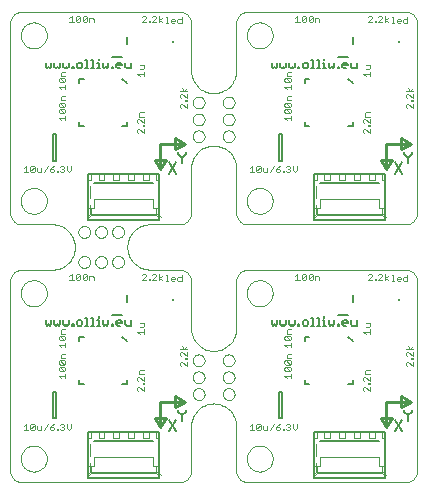
<source format=gto>
G75*
%MOIN*%
%OFA0B0*%
%FSLAX24Y24*%
%IPPOS*%
%LPD*%
%AMOC8*
5,1,8,0,0,1.08239X$1,22.5*
%
%ADD10C,0.0000*%
%ADD11C,0.0060*%
%ADD12C,0.0100*%
%ADD13C,0.0070*%
%ADD14C,0.0050*%
%ADD15C,0.0030*%
%ADD16R,0.0098X0.0098*%
%ADD17C,0.0080*%
%ADD18C,0.0020*%
D10*
X003149Y002980D02*
X003149Y009279D01*
X003148Y009279D02*
X003150Y009318D01*
X003156Y009356D01*
X003165Y009393D01*
X003178Y009430D01*
X003195Y009465D01*
X003214Y009498D01*
X003237Y009529D01*
X003263Y009558D01*
X003292Y009584D01*
X003323Y009607D01*
X003356Y009626D01*
X003391Y009643D01*
X003428Y009656D01*
X003465Y009665D01*
X003503Y009671D01*
X003542Y009673D01*
X003540Y009670D02*
X004560Y009670D01*
X004565Y009670D02*
X004618Y009673D01*
X004672Y009679D01*
X004724Y009689D01*
X004776Y009703D01*
X004826Y009721D01*
X004876Y009742D01*
X004923Y009767D01*
X004969Y009795D01*
X005012Y009826D01*
X005054Y009860D01*
X005092Y009897D01*
X005128Y009936D01*
X005161Y009979D01*
X005191Y010023D01*
X005218Y010069D01*
X005241Y010118D01*
X005261Y010167D01*
X005277Y010218D01*
X005290Y010270D01*
X005299Y010323D01*
X005304Y010376D01*
X005305Y010430D01*
X005421Y010930D02*
X005423Y010957D01*
X005429Y010984D01*
X005438Y011010D01*
X005451Y011034D01*
X005467Y011057D01*
X005486Y011076D01*
X005508Y011093D01*
X005532Y011107D01*
X005557Y011117D01*
X005584Y011124D01*
X005611Y011127D01*
X005639Y011126D01*
X005666Y011121D01*
X005692Y011113D01*
X005716Y011101D01*
X005739Y011085D01*
X005760Y011067D01*
X005777Y011046D01*
X005792Y011022D01*
X005803Y010997D01*
X005811Y010971D01*
X005815Y010944D01*
X005815Y010916D01*
X005811Y010889D01*
X005803Y010863D01*
X005792Y010838D01*
X005777Y010814D01*
X005760Y010793D01*
X005739Y010775D01*
X005717Y010759D01*
X005692Y010747D01*
X005666Y010739D01*
X005639Y010734D01*
X005611Y010733D01*
X005584Y010736D01*
X005557Y010743D01*
X005532Y010753D01*
X005508Y010767D01*
X005486Y010784D01*
X005467Y010803D01*
X005451Y010826D01*
X005438Y010850D01*
X005429Y010876D01*
X005423Y010903D01*
X005421Y010930D01*
X005983Y010930D02*
X005985Y010957D01*
X005991Y010984D01*
X006000Y011010D01*
X006013Y011034D01*
X006029Y011057D01*
X006048Y011076D01*
X006070Y011093D01*
X006094Y011107D01*
X006119Y011117D01*
X006146Y011124D01*
X006173Y011127D01*
X006201Y011126D01*
X006228Y011121D01*
X006254Y011113D01*
X006278Y011101D01*
X006301Y011085D01*
X006322Y011067D01*
X006339Y011046D01*
X006354Y011022D01*
X006365Y010997D01*
X006373Y010971D01*
X006377Y010944D01*
X006377Y010916D01*
X006373Y010889D01*
X006365Y010863D01*
X006354Y010838D01*
X006339Y010814D01*
X006322Y010793D01*
X006301Y010775D01*
X006279Y010759D01*
X006254Y010747D01*
X006228Y010739D01*
X006201Y010734D01*
X006173Y010733D01*
X006146Y010736D01*
X006119Y010743D01*
X006094Y010753D01*
X006070Y010767D01*
X006048Y010784D01*
X006029Y010803D01*
X006013Y010826D01*
X006000Y010850D01*
X005991Y010876D01*
X005985Y010903D01*
X005983Y010930D01*
X006546Y010930D02*
X006548Y010957D01*
X006554Y010984D01*
X006563Y011010D01*
X006576Y011034D01*
X006592Y011057D01*
X006611Y011076D01*
X006633Y011093D01*
X006657Y011107D01*
X006682Y011117D01*
X006709Y011124D01*
X006736Y011127D01*
X006764Y011126D01*
X006791Y011121D01*
X006817Y011113D01*
X006841Y011101D01*
X006864Y011085D01*
X006885Y011067D01*
X006902Y011046D01*
X006917Y011022D01*
X006928Y010997D01*
X006936Y010971D01*
X006940Y010944D01*
X006940Y010916D01*
X006936Y010889D01*
X006928Y010863D01*
X006917Y010838D01*
X006902Y010814D01*
X006885Y010793D01*
X006864Y010775D01*
X006842Y010759D01*
X006817Y010747D01*
X006791Y010739D01*
X006764Y010734D01*
X006736Y010733D01*
X006709Y010736D01*
X006682Y010743D01*
X006657Y010753D01*
X006633Y010767D01*
X006611Y010784D01*
X006592Y010803D01*
X006576Y010826D01*
X006563Y010850D01*
X006554Y010876D01*
X006548Y010903D01*
X006546Y010930D01*
X006546Y009930D02*
X006548Y009957D01*
X006554Y009984D01*
X006563Y010010D01*
X006576Y010034D01*
X006592Y010057D01*
X006611Y010076D01*
X006633Y010093D01*
X006657Y010107D01*
X006682Y010117D01*
X006709Y010124D01*
X006736Y010127D01*
X006764Y010126D01*
X006791Y010121D01*
X006817Y010113D01*
X006841Y010101D01*
X006864Y010085D01*
X006885Y010067D01*
X006902Y010046D01*
X006917Y010022D01*
X006928Y009997D01*
X006936Y009971D01*
X006940Y009944D01*
X006940Y009916D01*
X006936Y009889D01*
X006928Y009863D01*
X006917Y009838D01*
X006902Y009814D01*
X006885Y009793D01*
X006864Y009775D01*
X006842Y009759D01*
X006817Y009747D01*
X006791Y009739D01*
X006764Y009734D01*
X006736Y009733D01*
X006709Y009736D01*
X006682Y009743D01*
X006657Y009753D01*
X006633Y009767D01*
X006611Y009784D01*
X006592Y009803D01*
X006576Y009826D01*
X006563Y009850D01*
X006554Y009876D01*
X006548Y009903D01*
X006546Y009930D01*
X005983Y009930D02*
X005985Y009957D01*
X005991Y009984D01*
X006000Y010010D01*
X006013Y010034D01*
X006029Y010057D01*
X006048Y010076D01*
X006070Y010093D01*
X006094Y010107D01*
X006119Y010117D01*
X006146Y010124D01*
X006173Y010127D01*
X006201Y010126D01*
X006228Y010121D01*
X006254Y010113D01*
X006278Y010101D01*
X006301Y010085D01*
X006322Y010067D01*
X006339Y010046D01*
X006354Y010022D01*
X006365Y009997D01*
X006373Y009971D01*
X006377Y009944D01*
X006377Y009916D01*
X006373Y009889D01*
X006365Y009863D01*
X006354Y009838D01*
X006339Y009814D01*
X006322Y009793D01*
X006301Y009775D01*
X006279Y009759D01*
X006254Y009747D01*
X006228Y009739D01*
X006201Y009734D01*
X006173Y009733D01*
X006146Y009736D01*
X006119Y009743D01*
X006094Y009753D01*
X006070Y009767D01*
X006048Y009784D01*
X006029Y009803D01*
X006013Y009826D01*
X006000Y009850D01*
X005991Y009876D01*
X005985Y009903D01*
X005983Y009930D01*
X005421Y009930D02*
X005423Y009957D01*
X005429Y009984D01*
X005438Y010010D01*
X005451Y010034D01*
X005467Y010057D01*
X005486Y010076D01*
X005508Y010093D01*
X005532Y010107D01*
X005557Y010117D01*
X005584Y010124D01*
X005611Y010127D01*
X005639Y010126D01*
X005666Y010121D01*
X005692Y010113D01*
X005716Y010101D01*
X005739Y010085D01*
X005760Y010067D01*
X005777Y010046D01*
X005792Y010022D01*
X005803Y009997D01*
X005811Y009971D01*
X005815Y009944D01*
X005815Y009916D01*
X005811Y009889D01*
X005803Y009863D01*
X005792Y009838D01*
X005777Y009814D01*
X005760Y009793D01*
X005739Y009775D01*
X005717Y009759D01*
X005692Y009747D01*
X005666Y009739D01*
X005639Y009734D01*
X005611Y009733D01*
X005584Y009736D01*
X005557Y009743D01*
X005532Y009753D01*
X005508Y009767D01*
X005486Y009784D01*
X005467Y009803D01*
X005451Y009826D01*
X005438Y009850D01*
X005429Y009876D01*
X005423Y009903D01*
X005421Y009930D01*
X005305Y010430D02*
X005303Y010484D01*
X005297Y010537D01*
X005288Y010589D01*
X005275Y010641D01*
X005258Y010692D01*
X005237Y010742D01*
X005213Y010789D01*
X005186Y010835D01*
X005155Y010879D01*
X005122Y010921D01*
X005085Y010960D01*
X005046Y010997D01*
X005004Y011030D01*
X004960Y011061D01*
X004914Y011088D01*
X004867Y011112D01*
X004817Y011133D01*
X004766Y011150D01*
X004714Y011163D01*
X004662Y011172D01*
X004609Y011178D01*
X004555Y011180D01*
X004560Y011180D02*
X003540Y011180D01*
X003542Y011180D02*
X003503Y011182D01*
X003465Y011188D01*
X003428Y011197D01*
X003391Y011210D01*
X003356Y011227D01*
X003323Y011246D01*
X003292Y011269D01*
X003263Y011295D01*
X003237Y011324D01*
X003214Y011355D01*
X003195Y011388D01*
X003178Y011423D01*
X003165Y011460D01*
X003156Y011497D01*
X003150Y011535D01*
X003148Y011574D01*
X003149Y011574D02*
X003149Y017873D01*
X003148Y017873D02*
X003150Y017912D01*
X003156Y017950D01*
X003165Y017987D01*
X003178Y018024D01*
X003195Y018059D01*
X003214Y018092D01*
X003237Y018123D01*
X003263Y018152D01*
X003292Y018178D01*
X003323Y018201D01*
X003356Y018220D01*
X003391Y018237D01*
X003428Y018250D01*
X003465Y018259D01*
X003503Y018265D01*
X003542Y018267D01*
X008786Y018267D01*
X008825Y018265D01*
X008863Y018259D01*
X008900Y018250D01*
X008937Y018237D01*
X008972Y018220D01*
X009005Y018201D01*
X009036Y018178D01*
X009065Y018152D01*
X009091Y018123D01*
X009114Y018092D01*
X009133Y018059D01*
X009150Y018024D01*
X009163Y017987D01*
X009172Y017950D01*
X009178Y017912D01*
X009180Y017873D01*
X009180Y017868D02*
X009180Y016305D01*
X009182Y016251D01*
X009188Y016198D01*
X009197Y016146D01*
X009210Y016094D01*
X009227Y016043D01*
X009248Y015993D01*
X009272Y015946D01*
X009299Y015900D01*
X009330Y015856D01*
X009363Y015814D01*
X009400Y015775D01*
X009439Y015738D01*
X009481Y015705D01*
X009525Y015674D01*
X009571Y015647D01*
X009618Y015623D01*
X009668Y015602D01*
X009719Y015585D01*
X009771Y015572D01*
X009823Y015563D01*
X009876Y015557D01*
X009930Y015555D01*
X009233Y015243D02*
X009235Y015270D01*
X009241Y015297D01*
X009250Y015323D01*
X009263Y015347D01*
X009279Y015370D01*
X009298Y015389D01*
X009320Y015406D01*
X009344Y015420D01*
X009369Y015430D01*
X009396Y015437D01*
X009423Y015440D01*
X009451Y015439D01*
X009478Y015434D01*
X009504Y015426D01*
X009528Y015414D01*
X009551Y015398D01*
X009572Y015380D01*
X009589Y015359D01*
X009604Y015335D01*
X009615Y015310D01*
X009623Y015284D01*
X009627Y015257D01*
X009627Y015229D01*
X009623Y015202D01*
X009615Y015176D01*
X009604Y015151D01*
X009589Y015127D01*
X009572Y015106D01*
X009551Y015088D01*
X009529Y015072D01*
X009504Y015060D01*
X009478Y015052D01*
X009451Y015047D01*
X009423Y015046D01*
X009396Y015049D01*
X009369Y015056D01*
X009344Y015066D01*
X009320Y015080D01*
X009298Y015097D01*
X009279Y015116D01*
X009263Y015139D01*
X009250Y015163D01*
X009241Y015189D01*
X009235Y015216D01*
X009233Y015243D01*
X009233Y014680D02*
X009235Y014707D01*
X009241Y014734D01*
X009250Y014760D01*
X009263Y014784D01*
X009279Y014807D01*
X009298Y014826D01*
X009320Y014843D01*
X009344Y014857D01*
X009369Y014867D01*
X009396Y014874D01*
X009423Y014877D01*
X009451Y014876D01*
X009478Y014871D01*
X009504Y014863D01*
X009528Y014851D01*
X009551Y014835D01*
X009572Y014817D01*
X009589Y014796D01*
X009604Y014772D01*
X009615Y014747D01*
X009623Y014721D01*
X009627Y014694D01*
X009627Y014666D01*
X009623Y014639D01*
X009615Y014613D01*
X009604Y014588D01*
X009589Y014564D01*
X009572Y014543D01*
X009551Y014525D01*
X009529Y014509D01*
X009504Y014497D01*
X009478Y014489D01*
X009451Y014484D01*
X009423Y014483D01*
X009396Y014486D01*
X009369Y014493D01*
X009344Y014503D01*
X009320Y014517D01*
X009298Y014534D01*
X009279Y014553D01*
X009263Y014576D01*
X009250Y014600D01*
X009241Y014626D01*
X009235Y014653D01*
X009233Y014680D01*
X009233Y014118D02*
X009235Y014145D01*
X009241Y014172D01*
X009250Y014198D01*
X009263Y014222D01*
X009279Y014245D01*
X009298Y014264D01*
X009320Y014281D01*
X009344Y014295D01*
X009369Y014305D01*
X009396Y014312D01*
X009423Y014315D01*
X009451Y014314D01*
X009478Y014309D01*
X009504Y014301D01*
X009528Y014289D01*
X009551Y014273D01*
X009572Y014255D01*
X009589Y014234D01*
X009604Y014210D01*
X009615Y014185D01*
X009623Y014159D01*
X009627Y014132D01*
X009627Y014104D01*
X009623Y014077D01*
X009615Y014051D01*
X009604Y014026D01*
X009589Y014002D01*
X009572Y013981D01*
X009551Y013963D01*
X009529Y013947D01*
X009504Y013935D01*
X009478Y013927D01*
X009451Y013922D01*
X009423Y013921D01*
X009396Y013924D01*
X009369Y013931D01*
X009344Y013941D01*
X009320Y013955D01*
X009298Y013972D01*
X009279Y013991D01*
X009263Y014014D01*
X009250Y014038D01*
X009241Y014064D01*
X009235Y014091D01*
X009233Y014118D01*
X009180Y013055D02*
X009180Y011555D01*
X009180Y011574D02*
X009178Y011535D01*
X009172Y011497D01*
X009163Y011460D01*
X009150Y011423D01*
X009133Y011388D01*
X009114Y011355D01*
X009091Y011324D01*
X009065Y011295D01*
X009036Y011269D01*
X009005Y011246D01*
X008972Y011227D01*
X008937Y011210D01*
X008900Y011197D01*
X008863Y011188D01*
X008825Y011182D01*
X008786Y011180D01*
X008790Y011180D02*
X007800Y011180D01*
X007805Y011180D02*
X007751Y011178D01*
X007698Y011172D01*
X007646Y011163D01*
X007594Y011150D01*
X007543Y011133D01*
X007493Y011112D01*
X007446Y011088D01*
X007400Y011061D01*
X007356Y011030D01*
X007314Y010997D01*
X007275Y010960D01*
X007238Y010921D01*
X007205Y010879D01*
X007174Y010835D01*
X007147Y010789D01*
X007123Y010742D01*
X007102Y010692D01*
X007085Y010641D01*
X007072Y010589D01*
X007063Y010537D01*
X007057Y010484D01*
X007055Y010430D01*
X007057Y010376D01*
X007063Y010322D01*
X007072Y010268D01*
X007086Y010216D01*
X007103Y010164D01*
X007124Y010114D01*
X007148Y010066D01*
X007176Y010019D01*
X007207Y009975D01*
X007241Y009932D01*
X007278Y009893D01*
X007317Y009856D01*
X007360Y009822D01*
X007404Y009791D01*
X007451Y009763D01*
X007499Y009739D01*
X007549Y009718D01*
X007601Y009701D01*
X007653Y009687D01*
X007707Y009678D01*
X007761Y009672D01*
X007815Y009670D01*
X008790Y009670D01*
X008786Y009673D02*
X008825Y009671D01*
X008863Y009665D01*
X008900Y009656D01*
X008937Y009643D01*
X008972Y009626D01*
X009005Y009607D01*
X009036Y009584D01*
X009065Y009558D01*
X009091Y009529D01*
X009114Y009498D01*
X009133Y009465D01*
X009150Y009430D01*
X009163Y009393D01*
X009172Y009356D01*
X009178Y009318D01*
X009180Y009279D01*
X009180Y009274D02*
X009180Y007711D01*
X009182Y007657D01*
X009188Y007604D01*
X009197Y007552D01*
X009210Y007500D01*
X009227Y007449D01*
X009248Y007399D01*
X009272Y007352D01*
X009299Y007306D01*
X009330Y007262D01*
X009363Y007220D01*
X009400Y007181D01*
X009439Y007144D01*
X009481Y007111D01*
X009525Y007080D01*
X009571Y007053D01*
X009618Y007029D01*
X009668Y007008D01*
X009719Y006991D01*
X009771Y006978D01*
X009823Y006969D01*
X009876Y006963D01*
X009930Y006961D01*
X009233Y006649D02*
X009235Y006676D01*
X009241Y006703D01*
X009250Y006729D01*
X009263Y006753D01*
X009279Y006776D01*
X009298Y006795D01*
X009320Y006812D01*
X009344Y006826D01*
X009369Y006836D01*
X009396Y006843D01*
X009423Y006846D01*
X009451Y006845D01*
X009478Y006840D01*
X009504Y006832D01*
X009528Y006820D01*
X009551Y006804D01*
X009572Y006786D01*
X009589Y006765D01*
X009604Y006741D01*
X009615Y006716D01*
X009623Y006690D01*
X009627Y006663D01*
X009627Y006635D01*
X009623Y006608D01*
X009615Y006582D01*
X009604Y006557D01*
X009589Y006533D01*
X009572Y006512D01*
X009551Y006494D01*
X009529Y006478D01*
X009504Y006466D01*
X009478Y006458D01*
X009451Y006453D01*
X009423Y006452D01*
X009396Y006455D01*
X009369Y006462D01*
X009344Y006472D01*
X009320Y006486D01*
X009298Y006503D01*
X009279Y006522D01*
X009263Y006545D01*
X009250Y006569D01*
X009241Y006595D01*
X009235Y006622D01*
X009233Y006649D01*
X009233Y006086D02*
X009235Y006113D01*
X009241Y006140D01*
X009250Y006166D01*
X009263Y006190D01*
X009279Y006213D01*
X009298Y006232D01*
X009320Y006249D01*
X009344Y006263D01*
X009369Y006273D01*
X009396Y006280D01*
X009423Y006283D01*
X009451Y006282D01*
X009478Y006277D01*
X009504Y006269D01*
X009528Y006257D01*
X009551Y006241D01*
X009572Y006223D01*
X009589Y006202D01*
X009604Y006178D01*
X009615Y006153D01*
X009623Y006127D01*
X009627Y006100D01*
X009627Y006072D01*
X009623Y006045D01*
X009615Y006019D01*
X009604Y005994D01*
X009589Y005970D01*
X009572Y005949D01*
X009551Y005931D01*
X009529Y005915D01*
X009504Y005903D01*
X009478Y005895D01*
X009451Y005890D01*
X009423Y005889D01*
X009396Y005892D01*
X009369Y005899D01*
X009344Y005909D01*
X009320Y005923D01*
X009298Y005940D01*
X009279Y005959D01*
X009263Y005982D01*
X009250Y006006D01*
X009241Y006032D01*
X009235Y006059D01*
X009233Y006086D01*
X009233Y005524D02*
X009235Y005551D01*
X009241Y005578D01*
X009250Y005604D01*
X009263Y005628D01*
X009279Y005651D01*
X009298Y005670D01*
X009320Y005687D01*
X009344Y005701D01*
X009369Y005711D01*
X009396Y005718D01*
X009423Y005721D01*
X009451Y005720D01*
X009478Y005715D01*
X009504Y005707D01*
X009528Y005695D01*
X009551Y005679D01*
X009572Y005661D01*
X009589Y005640D01*
X009604Y005616D01*
X009615Y005591D01*
X009623Y005565D01*
X009627Y005538D01*
X009627Y005510D01*
X009623Y005483D01*
X009615Y005457D01*
X009604Y005432D01*
X009589Y005408D01*
X009572Y005387D01*
X009551Y005369D01*
X009529Y005353D01*
X009504Y005341D01*
X009478Y005333D01*
X009451Y005328D01*
X009423Y005327D01*
X009396Y005330D01*
X009369Y005337D01*
X009344Y005347D01*
X009320Y005361D01*
X009298Y005378D01*
X009279Y005397D01*
X009263Y005420D01*
X009250Y005444D01*
X009241Y005470D01*
X009235Y005497D01*
X009233Y005524D01*
X009180Y004461D02*
X009180Y002961D01*
X009180Y002980D02*
X009178Y002941D01*
X009172Y002903D01*
X009163Y002866D01*
X009150Y002829D01*
X009133Y002794D01*
X009114Y002761D01*
X009091Y002730D01*
X009065Y002701D01*
X009036Y002675D01*
X009005Y002652D01*
X008972Y002633D01*
X008937Y002616D01*
X008900Y002603D01*
X008863Y002594D01*
X008825Y002588D01*
X008786Y002586D01*
X003542Y002586D01*
X003503Y002588D01*
X003465Y002594D01*
X003428Y002603D01*
X003391Y002616D01*
X003356Y002633D01*
X003323Y002652D01*
X003292Y002675D01*
X003263Y002701D01*
X003237Y002730D01*
X003214Y002761D01*
X003195Y002794D01*
X003178Y002829D01*
X003165Y002866D01*
X003156Y002903D01*
X003150Y002941D01*
X003148Y002980D01*
X003503Y003374D02*
X003505Y003415D01*
X003511Y003456D01*
X003521Y003496D01*
X003534Y003535D01*
X003551Y003572D01*
X003572Y003608D01*
X003596Y003642D01*
X003623Y003673D01*
X003652Y003701D01*
X003685Y003727D01*
X003719Y003749D01*
X003756Y003768D01*
X003794Y003783D01*
X003834Y003795D01*
X003874Y003803D01*
X003915Y003807D01*
X003957Y003807D01*
X003998Y003803D01*
X004038Y003795D01*
X004078Y003783D01*
X004116Y003768D01*
X004152Y003749D01*
X004187Y003727D01*
X004220Y003701D01*
X004249Y003673D01*
X004276Y003642D01*
X004300Y003608D01*
X004321Y003572D01*
X004338Y003535D01*
X004351Y003496D01*
X004361Y003456D01*
X004367Y003415D01*
X004369Y003374D01*
X004367Y003333D01*
X004361Y003292D01*
X004351Y003252D01*
X004338Y003213D01*
X004321Y003176D01*
X004300Y003140D01*
X004276Y003106D01*
X004249Y003075D01*
X004220Y003047D01*
X004187Y003021D01*
X004153Y002999D01*
X004116Y002980D01*
X004078Y002965D01*
X004038Y002953D01*
X003998Y002945D01*
X003957Y002941D01*
X003915Y002941D01*
X003874Y002945D01*
X003834Y002953D01*
X003794Y002965D01*
X003756Y002980D01*
X003720Y002999D01*
X003685Y003021D01*
X003652Y003047D01*
X003623Y003075D01*
X003596Y003106D01*
X003572Y003140D01*
X003551Y003176D01*
X003534Y003213D01*
X003521Y003252D01*
X003511Y003292D01*
X003505Y003333D01*
X003503Y003374D01*
X003503Y008885D02*
X003505Y008926D01*
X003511Y008967D01*
X003521Y009007D01*
X003534Y009046D01*
X003551Y009083D01*
X003572Y009119D01*
X003596Y009153D01*
X003623Y009184D01*
X003652Y009212D01*
X003685Y009238D01*
X003719Y009260D01*
X003756Y009279D01*
X003794Y009294D01*
X003834Y009306D01*
X003874Y009314D01*
X003915Y009318D01*
X003957Y009318D01*
X003998Y009314D01*
X004038Y009306D01*
X004078Y009294D01*
X004116Y009279D01*
X004152Y009260D01*
X004187Y009238D01*
X004220Y009212D01*
X004249Y009184D01*
X004276Y009153D01*
X004300Y009119D01*
X004321Y009083D01*
X004338Y009046D01*
X004351Y009007D01*
X004361Y008967D01*
X004367Y008926D01*
X004369Y008885D01*
X004367Y008844D01*
X004361Y008803D01*
X004351Y008763D01*
X004338Y008724D01*
X004321Y008687D01*
X004300Y008651D01*
X004276Y008617D01*
X004249Y008586D01*
X004220Y008558D01*
X004187Y008532D01*
X004153Y008510D01*
X004116Y008491D01*
X004078Y008476D01*
X004038Y008464D01*
X003998Y008456D01*
X003957Y008452D01*
X003915Y008452D01*
X003874Y008456D01*
X003834Y008464D01*
X003794Y008476D01*
X003756Y008491D01*
X003720Y008510D01*
X003685Y008532D01*
X003652Y008558D01*
X003623Y008586D01*
X003596Y008617D01*
X003572Y008651D01*
X003551Y008687D01*
X003534Y008724D01*
X003521Y008763D01*
X003511Y008803D01*
X003505Y008844D01*
X003503Y008885D01*
X003503Y011967D02*
X003505Y012008D01*
X003511Y012049D01*
X003521Y012089D01*
X003534Y012128D01*
X003551Y012165D01*
X003572Y012201D01*
X003596Y012235D01*
X003623Y012266D01*
X003652Y012294D01*
X003685Y012320D01*
X003719Y012342D01*
X003756Y012361D01*
X003794Y012376D01*
X003834Y012388D01*
X003874Y012396D01*
X003915Y012400D01*
X003957Y012400D01*
X003998Y012396D01*
X004038Y012388D01*
X004078Y012376D01*
X004116Y012361D01*
X004152Y012342D01*
X004187Y012320D01*
X004220Y012294D01*
X004249Y012266D01*
X004276Y012235D01*
X004300Y012201D01*
X004321Y012165D01*
X004338Y012128D01*
X004351Y012089D01*
X004361Y012049D01*
X004367Y012008D01*
X004369Y011967D01*
X004367Y011926D01*
X004361Y011885D01*
X004351Y011845D01*
X004338Y011806D01*
X004321Y011769D01*
X004300Y011733D01*
X004276Y011699D01*
X004249Y011668D01*
X004220Y011640D01*
X004187Y011614D01*
X004153Y011592D01*
X004116Y011573D01*
X004078Y011558D01*
X004038Y011546D01*
X003998Y011538D01*
X003957Y011534D01*
X003915Y011534D01*
X003874Y011538D01*
X003834Y011546D01*
X003794Y011558D01*
X003756Y011573D01*
X003720Y011592D01*
X003685Y011614D01*
X003652Y011640D01*
X003623Y011668D01*
X003596Y011699D01*
X003572Y011733D01*
X003551Y011769D01*
X003534Y011806D01*
X003521Y011845D01*
X003511Y011885D01*
X003505Y011926D01*
X003503Y011967D01*
X007810Y009670D02*
X007815Y009670D01*
X009930Y006961D02*
X009984Y006963D01*
X010037Y006969D01*
X010089Y006978D01*
X010141Y006991D01*
X010192Y007008D01*
X010242Y007029D01*
X010289Y007053D01*
X010335Y007080D01*
X010379Y007111D01*
X010421Y007144D01*
X010460Y007181D01*
X010497Y007220D01*
X010530Y007262D01*
X010561Y007306D01*
X010588Y007352D01*
X010612Y007399D01*
X010633Y007449D01*
X010650Y007500D01*
X010663Y007552D01*
X010672Y007604D01*
X010678Y007657D01*
X010680Y007711D01*
X010680Y009279D01*
X010682Y009318D01*
X010688Y009356D01*
X010697Y009393D01*
X010710Y009430D01*
X010727Y009465D01*
X010746Y009498D01*
X010769Y009529D01*
X010795Y009558D01*
X010824Y009584D01*
X010855Y009607D01*
X010888Y009626D01*
X010923Y009643D01*
X010960Y009656D01*
X010997Y009665D01*
X011035Y009671D01*
X011074Y009673D01*
X016317Y009673D01*
X016356Y009671D01*
X016394Y009665D01*
X016431Y009656D01*
X016468Y009643D01*
X016503Y009626D01*
X016536Y009607D01*
X016567Y009584D01*
X016596Y009558D01*
X016622Y009529D01*
X016645Y009498D01*
X016664Y009465D01*
X016681Y009430D01*
X016694Y009393D01*
X016703Y009356D01*
X016709Y009318D01*
X016711Y009279D01*
X016711Y002980D01*
X016709Y002941D01*
X016703Y002903D01*
X016694Y002866D01*
X016681Y002829D01*
X016664Y002794D01*
X016645Y002761D01*
X016622Y002730D01*
X016596Y002701D01*
X016567Y002675D01*
X016536Y002652D01*
X016503Y002633D01*
X016468Y002616D01*
X016431Y002603D01*
X016394Y002594D01*
X016356Y002588D01*
X016317Y002586D01*
X011074Y002586D01*
X011035Y002588D01*
X010997Y002594D01*
X010960Y002603D01*
X010923Y002616D01*
X010888Y002633D01*
X010855Y002652D01*
X010824Y002675D01*
X010795Y002701D01*
X010769Y002730D01*
X010746Y002761D01*
X010727Y002794D01*
X010710Y002829D01*
X010697Y002866D01*
X010688Y002903D01*
X010682Y002941D01*
X010680Y002980D01*
X010680Y004461D01*
X009930Y005211D02*
X009876Y005209D01*
X009823Y005203D01*
X009771Y005194D01*
X009719Y005181D01*
X009668Y005164D01*
X009618Y005143D01*
X009571Y005119D01*
X009525Y005092D01*
X009481Y005061D01*
X009439Y005028D01*
X009400Y004991D01*
X009363Y004952D01*
X009330Y004910D01*
X009299Y004866D01*
X009272Y004820D01*
X009248Y004773D01*
X009227Y004723D01*
X009210Y004672D01*
X009197Y004620D01*
X009188Y004568D01*
X009182Y004515D01*
X009180Y004461D01*
X009930Y005211D02*
X009984Y005209D01*
X010037Y005203D01*
X010089Y005194D01*
X010141Y005181D01*
X010192Y005164D01*
X010242Y005143D01*
X010289Y005119D01*
X010335Y005092D01*
X010379Y005061D01*
X010421Y005028D01*
X010460Y004991D01*
X010497Y004952D01*
X010530Y004910D01*
X010561Y004866D01*
X010588Y004820D01*
X010612Y004773D01*
X010633Y004723D01*
X010650Y004672D01*
X010663Y004620D01*
X010672Y004568D01*
X010678Y004515D01*
X010680Y004461D01*
X010233Y005524D02*
X010235Y005551D01*
X010241Y005578D01*
X010250Y005604D01*
X010263Y005628D01*
X010279Y005651D01*
X010298Y005670D01*
X010320Y005687D01*
X010344Y005701D01*
X010369Y005711D01*
X010396Y005718D01*
X010423Y005721D01*
X010451Y005720D01*
X010478Y005715D01*
X010504Y005707D01*
X010528Y005695D01*
X010551Y005679D01*
X010572Y005661D01*
X010589Y005640D01*
X010604Y005616D01*
X010615Y005591D01*
X010623Y005565D01*
X010627Y005538D01*
X010627Y005510D01*
X010623Y005483D01*
X010615Y005457D01*
X010604Y005432D01*
X010589Y005408D01*
X010572Y005387D01*
X010551Y005369D01*
X010529Y005353D01*
X010504Y005341D01*
X010478Y005333D01*
X010451Y005328D01*
X010423Y005327D01*
X010396Y005330D01*
X010369Y005337D01*
X010344Y005347D01*
X010320Y005361D01*
X010298Y005378D01*
X010279Y005397D01*
X010263Y005420D01*
X010250Y005444D01*
X010241Y005470D01*
X010235Y005497D01*
X010233Y005524D01*
X010233Y006086D02*
X010235Y006113D01*
X010241Y006140D01*
X010250Y006166D01*
X010263Y006190D01*
X010279Y006213D01*
X010298Y006232D01*
X010320Y006249D01*
X010344Y006263D01*
X010369Y006273D01*
X010396Y006280D01*
X010423Y006283D01*
X010451Y006282D01*
X010478Y006277D01*
X010504Y006269D01*
X010528Y006257D01*
X010551Y006241D01*
X010572Y006223D01*
X010589Y006202D01*
X010604Y006178D01*
X010615Y006153D01*
X010623Y006127D01*
X010627Y006100D01*
X010627Y006072D01*
X010623Y006045D01*
X010615Y006019D01*
X010604Y005994D01*
X010589Y005970D01*
X010572Y005949D01*
X010551Y005931D01*
X010529Y005915D01*
X010504Y005903D01*
X010478Y005895D01*
X010451Y005890D01*
X010423Y005889D01*
X010396Y005892D01*
X010369Y005899D01*
X010344Y005909D01*
X010320Y005923D01*
X010298Y005940D01*
X010279Y005959D01*
X010263Y005982D01*
X010250Y006006D01*
X010241Y006032D01*
X010235Y006059D01*
X010233Y006086D01*
X010233Y006649D02*
X010235Y006676D01*
X010241Y006703D01*
X010250Y006729D01*
X010263Y006753D01*
X010279Y006776D01*
X010298Y006795D01*
X010320Y006812D01*
X010344Y006826D01*
X010369Y006836D01*
X010396Y006843D01*
X010423Y006846D01*
X010451Y006845D01*
X010478Y006840D01*
X010504Y006832D01*
X010528Y006820D01*
X010551Y006804D01*
X010572Y006786D01*
X010589Y006765D01*
X010604Y006741D01*
X010615Y006716D01*
X010623Y006690D01*
X010627Y006663D01*
X010627Y006635D01*
X010623Y006608D01*
X010615Y006582D01*
X010604Y006557D01*
X010589Y006533D01*
X010572Y006512D01*
X010551Y006494D01*
X010529Y006478D01*
X010504Y006466D01*
X010478Y006458D01*
X010451Y006453D01*
X010423Y006452D01*
X010396Y006455D01*
X010369Y006462D01*
X010344Y006472D01*
X010320Y006486D01*
X010298Y006503D01*
X010279Y006522D01*
X010263Y006545D01*
X010250Y006569D01*
X010241Y006595D01*
X010235Y006622D01*
X010233Y006649D01*
X011034Y008885D02*
X011036Y008926D01*
X011042Y008967D01*
X011052Y009007D01*
X011065Y009046D01*
X011082Y009083D01*
X011103Y009119D01*
X011127Y009153D01*
X011154Y009184D01*
X011183Y009212D01*
X011216Y009238D01*
X011250Y009260D01*
X011287Y009279D01*
X011325Y009294D01*
X011365Y009306D01*
X011405Y009314D01*
X011446Y009318D01*
X011488Y009318D01*
X011529Y009314D01*
X011569Y009306D01*
X011609Y009294D01*
X011647Y009279D01*
X011683Y009260D01*
X011718Y009238D01*
X011751Y009212D01*
X011780Y009184D01*
X011807Y009153D01*
X011831Y009119D01*
X011852Y009083D01*
X011869Y009046D01*
X011882Y009007D01*
X011892Y008967D01*
X011898Y008926D01*
X011900Y008885D01*
X011898Y008844D01*
X011892Y008803D01*
X011882Y008763D01*
X011869Y008724D01*
X011852Y008687D01*
X011831Y008651D01*
X011807Y008617D01*
X011780Y008586D01*
X011751Y008558D01*
X011718Y008532D01*
X011684Y008510D01*
X011647Y008491D01*
X011609Y008476D01*
X011569Y008464D01*
X011529Y008456D01*
X011488Y008452D01*
X011446Y008452D01*
X011405Y008456D01*
X011365Y008464D01*
X011325Y008476D01*
X011287Y008491D01*
X011251Y008510D01*
X011216Y008532D01*
X011183Y008558D01*
X011154Y008586D01*
X011127Y008617D01*
X011103Y008651D01*
X011082Y008687D01*
X011065Y008724D01*
X011052Y008763D01*
X011042Y008803D01*
X011036Y008844D01*
X011034Y008885D01*
X011074Y011180D02*
X016317Y011180D01*
X016356Y011182D01*
X016394Y011188D01*
X016431Y011197D01*
X016468Y011210D01*
X016503Y011227D01*
X016536Y011246D01*
X016567Y011269D01*
X016596Y011295D01*
X016622Y011324D01*
X016645Y011355D01*
X016664Y011388D01*
X016681Y011423D01*
X016694Y011460D01*
X016703Y011497D01*
X016709Y011535D01*
X016711Y011574D01*
X016711Y017873D01*
X016709Y017912D01*
X016703Y017950D01*
X016694Y017987D01*
X016681Y018024D01*
X016664Y018059D01*
X016645Y018092D01*
X016622Y018123D01*
X016596Y018152D01*
X016567Y018178D01*
X016536Y018201D01*
X016503Y018220D01*
X016468Y018237D01*
X016431Y018250D01*
X016394Y018259D01*
X016356Y018265D01*
X016317Y018267D01*
X011074Y018267D01*
X011035Y018265D01*
X010997Y018259D01*
X010960Y018250D01*
X010923Y018237D01*
X010888Y018220D01*
X010855Y018201D01*
X010824Y018178D01*
X010795Y018152D01*
X010769Y018123D01*
X010746Y018092D01*
X010727Y018059D01*
X010710Y018024D01*
X010697Y017987D01*
X010688Y017950D01*
X010682Y017912D01*
X010680Y017873D01*
X010680Y016305D01*
X010678Y016251D01*
X010672Y016198D01*
X010663Y016146D01*
X010650Y016094D01*
X010633Y016043D01*
X010612Y015993D01*
X010588Y015946D01*
X010561Y015900D01*
X010530Y015856D01*
X010497Y015814D01*
X010460Y015775D01*
X010421Y015738D01*
X010379Y015705D01*
X010335Y015674D01*
X010289Y015647D01*
X010242Y015623D01*
X010192Y015602D01*
X010141Y015585D01*
X010089Y015572D01*
X010037Y015563D01*
X009984Y015557D01*
X009930Y015555D01*
X010233Y015243D02*
X010235Y015270D01*
X010241Y015297D01*
X010250Y015323D01*
X010263Y015347D01*
X010279Y015370D01*
X010298Y015389D01*
X010320Y015406D01*
X010344Y015420D01*
X010369Y015430D01*
X010396Y015437D01*
X010423Y015440D01*
X010451Y015439D01*
X010478Y015434D01*
X010504Y015426D01*
X010528Y015414D01*
X010551Y015398D01*
X010572Y015380D01*
X010589Y015359D01*
X010604Y015335D01*
X010615Y015310D01*
X010623Y015284D01*
X010627Y015257D01*
X010627Y015229D01*
X010623Y015202D01*
X010615Y015176D01*
X010604Y015151D01*
X010589Y015127D01*
X010572Y015106D01*
X010551Y015088D01*
X010529Y015072D01*
X010504Y015060D01*
X010478Y015052D01*
X010451Y015047D01*
X010423Y015046D01*
X010396Y015049D01*
X010369Y015056D01*
X010344Y015066D01*
X010320Y015080D01*
X010298Y015097D01*
X010279Y015116D01*
X010263Y015139D01*
X010250Y015163D01*
X010241Y015189D01*
X010235Y015216D01*
X010233Y015243D01*
X010233Y014680D02*
X010235Y014707D01*
X010241Y014734D01*
X010250Y014760D01*
X010263Y014784D01*
X010279Y014807D01*
X010298Y014826D01*
X010320Y014843D01*
X010344Y014857D01*
X010369Y014867D01*
X010396Y014874D01*
X010423Y014877D01*
X010451Y014876D01*
X010478Y014871D01*
X010504Y014863D01*
X010528Y014851D01*
X010551Y014835D01*
X010572Y014817D01*
X010589Y014796D01*
X010604Y014772D01*
X010615Y014747D01*
X010623Y014721D01*
X010627Y014694D01*
X010627Y014666D01*
X010623Y014639D01*
X010615Y014613D01*
X010604Y014588D01*
X010589Y014564D01*
X010572Y014543D01*
X010551Y014525D01*
X010529Y014509D01*
X010504Y014497D01*
X010478Y014489D01*
X010451Y014484D01*
X010423Y014483D01*
X010396Y014486D01*
X010369Y014493D01*
X010344Y014503D01*
X010320Y014517D01*
X010298Y014534D01*
X010279Y014553D01*
X010263Y014576D01*
X010250Y014600D01*
X010241Y014626D01*
X010235Y014653D01*
X010233Y014680D01*
X010233Y014118D02*
X010235Y014145D01*
X010241Y014172D01*
X010250Y014198D01*
X010263Y014222D01*
X010279Y014245D01*
X010298Y014264D01*
X010320Y014281D01*
X010344Y014295D01*
X010369Y014305D01*
X010396Y014312D01*
X010423Y014315D01*
X010451Y014314D01*
X010478Y014309D01*
X010504Y014301D01*
X010528Y014289D01*
X010551Y014273D01*
X010572Y014255D01*
X010589Y014234D01*
X010604Y014210D01*
X010615Y014185D01*
X010623Y014159D01*
X010627Y014132D01*
X010627Y014104D01*
X010623Y014077D01*
X010615Y014051D01*
X010604Y014026D01*
X010589Y014002D01*
X010572Y013981D01*
X010551Y013963D01*
X010529Y013947D01*
X010504Y013935D01*
X010478Y013927D01*
X010451Y013922D01*
X010423Y013921D01*
X010396Y013924D01*
X010369Y013931D01*
X010344Y013941D01*
X010320Y013955D01*
X010298Y013972D01*
X010279Y013991D01*
X010263Y014014D01*
X010250Y014038D01*
X010241Y014064D01*
X010235Y014091D01*
X010233Y014118D01*
X009930Y013805D02*
X009876Y013803D01*
X009823Y013797D01*
X009771Y013788D01*
X009719Y013775D01*
X009668Y013758D01*
X009618Y013737D01*
X009571Y013713D01*
X009525Y013686D01*
X009481Y013655D01*
X009439Y013622D01*
X009400Y013585D01*
X009363Y013546D01*
X009330Y013504D01*
X009299Y013460D01*
X009272Y013414D01*
X009248Y013367D01*
X009227Y013317D01*
X009210Y013266D01*
X009197Y013214D01*
X009188Y013162D01*
X009182Y013109D01*
X009180Y013055D01*
X009930Y013805D02*
X009984Y013803D01*
X010037Y013797D01*
X010089Y013788D01*
X010141Y013775D01*
X010192Y013758D01*
X010242Y013737D01*
X010289Y013713D01*
X010335Y013686D01*
X010379Y013655D01*
X010421Y013622D01*
X010460Y013585D01*
X010497Y013546D01*
X010530Y013504D01*
X010561Y013460D01*
X010588Y013414D01*
X010612Y013367D01*
X010633Y013317D01*
X010650Y013266D01*
X010663Y013214D01*
X010672Y013162D01*
X010678Y013109D01*
X010680Y013055D01*
X010680Y011574D01*
X010682Y011535D01*
X010688Y011497D01*
X010697Y011460D01*
X010710Y011423D01*
X010727Y011388D01*
X010746Y011355D01*
X010769Y011324D01*
X010795Y011295D01*
X010824Y011269D01*
X010855Y011246D01*
X010888Y011227D01*
X010923Y011210D01*
X010960Y011197D01*
X010997Y011188D01*
X011035Y011182D01*
X011074Y011180D01*
X011034Y011967D02*
X011036Y012008D01*
X011042Y012049D01*
X011052Y012089D01*
X011065Y012128D01*
X011082Y012165D01*
X011103Y012201D01*
X011127Y012235D01*
X011154Y012266D01*
X011183Y012294D01*
X011216Y012320D01*
X011250Y012342D01*
X011287Y012361D01*
X011325Y012376D01*
X011365Y012388D01*
X011405Y012396D01*
X011446Y012400D01*
X011488Y012400D01*
X011529Y012396D01*
X011569Y012388D01*
X011609Y012376D01*
X011647Y012361D01*
X011683Y012342D01*
X011718Y012320D01*
X011751Y012294D01*
X011780Y012266D01*
X011807Y012235D01*
X011831Y012201D01*
X011852Y012165D01*
X011869Y012128D01*
X011882Y012089D01*
X011892Y012049D01*
X011898Y012008D01*
X011900Y011967D01*
X011898Y011926D01*
X011892Y011885D01*
X011882Y011845D01*
X011869Y011806D01*
X011852Y011769D01*
X011831Y011733D01*
X011807Y011699D01*
X011780Y011668D01*
X011751Y011640D01*
X011718Y011614D01*
X011684Y011592D01*
X011647Y011573D01*
X011609Y011558D01*
X011569Y011546D01*
X011529Y011538D01*
X011488Y011534D01*
X011446Y011534D01*
X011405Y011538D01*
X011365Y011546D01*
X011325Y011558D01*
X011287Y011573D01*
X011251Y011592D01*
X011216Y011614D01*
X011183Y011640D01*
X011154Y011668D01*
X011127Y011699D01*
X011103Y011733D01*
X011082Y011769D01*
X011065Y011806D01*
X011052Y011845D01*
X011042Y011885D01*
X011036Y011926D01*
X011034Y011967D01*
X011034Y017479D02*
X011036Y017520D01*
X011042Y017561D01*
X011052Y017601D01*
X011065Y017640D01*
X011082Y017677D01*
X011103Y017713D01*
X011127Y017747D01*
X011154Y017778D01*
X011183Y017806D01*
X011216Y017832D01*
X011250Y017854D01*
X011287Y017873D01*
X011325Y017888D01*
X011365Y017900D01*
X011405Y017908D01*
X011446Y017912D01*
X011488Y017912D01*
X011529Y017908D01*
X011569Y017900D01*
X011609Y017888D01*
X011647Y017873D01*
X011683Y017854D01*
X011718Y017832D01*
X011751Y017806D01*
X011780Y017778D01*
X011807Y017747D01*
X011831Y017713D01*
X011852Y017677D01*
X011869Y017640D01*
X011882Y017601D01*
X011892Y017561D01*
X011898Y017520D01*
X011900Y017479D01*
X011898Y017438D01*
X011892Y017397D01*
X011882Y017357D01*
X011869Y017318D01*
X011852Y017281D01*
X011831Y017245D01*
X011807Y017211D01*
X011780Y017180D01*
X011751Y017152D01*
X011718Y017126D01*
X011684Y017104D01*
X011647Y017085D01*
X011609Y017070D01*
X011569Y017058D01*
X011529Y017050D01*
X011488Y017046D01*
X011446Y017046D01*
X011405Y017050D01*
X011365Y017058D01*
X011325Y017070D01*
X011287Y017085D01*
X011251Y017104D01*
X011216Y017126D01*
X011183Y017152D01*
X011154Y017180D01*
X011127Y017211D01*
X011103Y017245D01*
X011082Y017281D01*
X011065Y017318D01*
X011052Y017357D01*
X011042Y017397D01*
X011036Y017438D01*
X011034Y017479D01*
X003503Y017479D02*
X003505Y017520D01*
X003511Y017561D01*
X003521Y017601D01*
X003534Y017640D01*
X003551Y017677D01*
X003572Y017713D01*
X003596Y017747D01*
X003623Y017778D01*
X003652Y017806D01*
X003685Y017832D01*
X003719Y017854D01*
X003756Y017873D01*
X003794Y017888D01*
X003834Y017900D01*
X003874Y017908D01*
X003915Y017912D01*
X003957Y017912D01*
X003998Y017908D01*
X004038Y017900D01*
X004078Y017888D01*
X004116Y017873D01*
X004152Y017854D01*
X004187Y017832D01*
X004220Y017806D01*
X004249Y017778D01*
X004276Y017747D01*
X004300Y017713D01*
X004321Y017677D01*
X004338Y017640D01*
X004351Y017601D01*
X004361Y017561D01*
X004367Y017520D01*
X004369Y017479D01*
X004367Y017438D01*
X004361Y017397D01*
X004351Y017357D01*
X004338Y017318D01*
X004321Y017281D01*
X004300Y017245D01*
X004276Y017211D01*
X004249Y017180D01*
X004220Y017152D01*
X004187Y017126D01*
X004153Y017104D01*
X004116Y017085D01*
X004078Y017070D01*
X004038Y017058D01*
X003998Y017050D01*
X003957Y017046D01*
X003915Y017046D01*
X003874Y017050D01*
X003834Y017058D01*
X003794Y017070D01*
X003756Y017085D01*
X003720Y017104D01*
X003685Y017126D01*
X003652Y017152D01*
X003623Y017180D01*
X003596Y017211D01*
X003572Y017245D01*
X003551Y017281D01*
X003534Y017318D01*
X003521Y017357D01*
X003511Y017397D01*
X003505Y017438D01*
X003503Y017479D01*
X011034Y003374D02*
X011036Y003415D01*
X011042Y003456D01*
X011052Y003496D01*
X011065Y003535D01*
X011082Y003572D01*
X011103Y003608D01*
X011127Y003642D01*
X011154Y003673D01*
X011183Y003701D01*
X011216Y003727D01*
X011250Y003749D01*
X011287Y003768D01*
X011325Y003783D01*
X011365Y003795D01*
X011405Y003803D01*
X011446Y003807D01*
X011488Y003807D01*
X011529Y003803D01*
X011569Y003795D01*
X011609Y003783D01*
X011647Y003768D01*
X011683Y003749D01*
X011718Y003727D01*
X011751Y003701D01*
X011780Y003673D01*
X011807Y003642D01*
X011831Y003608D01*
X011852Y003572D01*
X011869Y003535D01*
X011882Y003496D01*
X011892Y003456D01*
X011898Y003415D01*
X011900Y003374D01*
X011898Y003333D01*
X011892Y003292D01*
X011882Y003252D01*
X011869Y003213D01*
X011852Y003176D01*
X011831Y003140D01*
X011807Y003106D01*
X011780Y003075D01*
X011751Y003047D01*
X011718Y003021D01*
X011684Y002999D01*
X011647Y002980D01*
X011609Y002965D01*
X011569Y002953D01*
X011529Y002945D01*
X011488Y002941D01*
X011446Y002941D01*
X011405Y002945D01*
X011365Y002953D01*
X011325Y002965D01*
X011287Y002980D01*
X011251Y002999D01*
X011216Y003021D01*
X011183Y003047D01*
X011154Y003075D01*
X011127Y003106D01*
X011103Y003140D01*
X011082Y003176D01*
X011065Y003213D01*
X011052Y003252D01*
X011042Y003292D01*
X011036Y003333D01*
X011034Y003374D01*
D11*
X012118Y004711D02*
X012118Y005586D01*
X012211Y005586D01*
X012211Y004711D01*
X012118Y004711D01*
X004680Y004711D02*
X004680Y005586D01*
X004586Y005586D01*
X004586Y004711D01*
X004680Y004711D01*
X004586Y013305D02*
X004680Y013305D01*
X004680Y014180D01*
X004586Y014180D01*
X004586Y013305D01*
X012118Y013305D02*
X012118Y014180D01*
X012211Y014180D01*
X012211Y013305D01*
X012118Y013305D01*
D12*
X008961Y013868D02*
X008649Y013680D01*
X008649Y014055D01*
X008961Y013868D01*
X008149Y013868D01*
X008149Y013024D01*
X007961Y013336D01*
X008336Y013336D01*
X008149Y013024D01*
X015493Y013336D02*
X015680Y013024D01*
X015868Y013336D01*
X015493Y013336D01*
X015680Y013024D02*
X015680Y013868D01*
X016493Y013868D01*
X016180Y013680D01*
X016180Y014055D01*
X016493Y013868D01*
X016180Y005461D02*
X016180Y005086D01*
X016493Y005274D01*
X016180Y005461D01*
X016493Y005274D02*
X015680Y005274D01*
X015680Y004430D01*
X015493Y004743D01*
X015868Y004743D01*
X015680Y004430D01*
X008961Y005274D02*
X008649Y005086D01*
X008649Y005461D01*
X008961Y005274D01*
X008149Y005274D01*
X008149Y004430D01*
X007961Y004743D01*
X008336Y004743D01*
X008149Y004430D01*
D13*
X008434Y004278D02*
X008687Y004658D01*
X008873Y004621D02*
X008873Y004811D01*
X009000Y004938D01*
X009000Y005002D01*
X008873Y004811D02*
X008746Y004938D01*
X008746Y005002D01*
X008434Y004658D02*
X008687Y004278D01*
X015965Y004278D02*
X016219Y004658D01*
X016404Y004621D02*
X016404Y004811D01*
X016531Y004938D01*
X016531Y005002D01*
X016404Y004811D02*
X016278Y004938D01*
X016278Y005002D01*
X015965Y004658D02*
X016219Y004278D01*
X016219Y012871D02*
X015965Y013252D01*
X016219Y013252D02*
X015965Y012871D01*
X016404Y013215D02*
X016404Y013405D01*
X016531Y013532D01*
X016531Y013595D01*
X016404Y013405D02*
X016278Y013532D01*
X016278Y013595D01*
X009000Y013532D02*
X009000Y013595D01*
X009000Y013532D02*
X008873Y013405D01*
X008873Y013215D01*
X008687Y013252D02*
X008434Y012871D01*
X008687Y012871D02*
X008434Y013252D01*
X008746Y013532D02*
X008873Y013405D01*
X008746Y013532D02*
X008746Y013595D01*
D14*
X007162Y016393D02*
X007162Y016573D01*
X006982Y016573D02*
X006982Y016438D01*
X007027Y016393D01*
X007162Y016393D01*
X006867Y016483D02*
X006687Y016483D01*
X006687Y016528D02*
X006732Y016573D01*
X006822Y016573D01*
X006867Y016528D01*
X006867Y016483D01*
X006822Y016393D02*
X006732Y016393D01*
X006687Y016438D01*
X006687Y016528D01*
X006585Y016438D02*
X006585Y016393D01*
X006540Y016393D01*
X006540Y016438D01*
X006585Y016438D01*
X006425Y016438D02*
X006425Y016573D01*
X006425Y016438D02*
X006380Y016393D01*
X006335Y016438D01*
X006290Y016393D01*
X006245Y016438D01*
X006245Y016573D01*
X006094Y016573D02*
X006094Y016393D01*
X006049Y016393D02*
X006139Y016393D01*
X006094Y016573D02*
X006049Y016573D01*
X006094Y016663D02*
X006094Y016708D01*
X005897Y016663D02*
X005897Y016393D01*
X005852Y016393D02*
X005942Y016393D01*
X005746Y016393D02*
X005656Y016393D01*
X005701Y016393D02*
X005701Y016663D01*
X005656Y016663D01*
X005541Y016528D02*
X005496Y016573D01*
X005406Y016573D01*
X005361Y016528D01*
X005361Y016438D01*
X005406Y016393D01*
X005496Y016393D01*
X005541Y016438D01*
X005541Y016528D01*
X005259Y016438D02*
X005259Y016393D01*
X005214Y016393D01*
X005214Y016438D01*
X005259Y016438D01*
X005099Y016438D02*
X005054Y016393D01*
X005009Y016438D01*
X004964Y016393D01*
X004919Y016438D01*
X004919Y016573D01*
X004805Y016573D02*
X004805Y016438D01*
X004760Y016393D01*
X004715Y016438D01*
X004670Y016393D01*
X004625Y016438D01*
X004625Y016573D01*
X004510Y016573D02*
X004510Y016438D01*
X004465Y016393D01*
X004420Y016438D01*
X004375Y016393D01*
X004330Y016438D01*
X004330Y016573D01*
X005099Y016573D02*
X005099Y016438D01*
X005852Y016663D02*
X005897Y016663D01*
X011861Y016573D02*
X011861Y016438D01*
X011906Y016393D01*
X011951Y016438D01*
X011996Y016393D01*
X012041Y016438D01*
X012041Y016573D01*
X012156Y016573D02*
X012156Y016438D01*
X012201Y016393D01*
X012246Y016438D01*
X012291Y016393D01*
X012336Y016438D01*
X012336Y016573D01*
X012451Y016573D02*
X012451Y016438D01*
X012496Y016393D01*
X012541Y016438D01*
X012586Y016393D01*
X012631Y016438D01*
X012631Y016573D01*
X012745Y016438D02*
X012790Y016438D01*
X012790Y016393D01*
X012745Y016393D01*
X012745Y016438D01*
X012893Y016438D02*
X012938Y016393D01*
X013028Y016393D01*
X013073Y016438D01*
X013073Y016528D01*
X013028Y016573D01*
X012938Y016573D01*
X012893Y016528D01*
X012893Y016438D01*
X013187Y016393D02*
X013277Y016393D01*
X013232Y016393D02*
X013232Y016663D01*
X013187Y016663D01*
X013384Y016663D02*
X013429Y016663D01*
X013429Y016393D01*
X013384Y016393D02*
X013474Y016393D01*
X013580Y016393D02*
X013670Y016393D01*
X013625Y016393D02*
X013625Y016573D01*
X013580Y016573D01*
X013625Y016663D02*
X013625Y016708D01*
X013776Y016573D02*
X013776Y016438D01*
X013822Y016393D01*
X013867Y016438D01*
X013912Y016393D01*
X013957Y016438D01*
X013957Y016573D01*
X014071Y016438D02*
X014071Y016393D01*
X014116Y016393D01*
X014116Y016438D01*
X014071Y016438D01*
X014218Y016438D02*
X014218Y016528D01*
X014264Y016573D01*
X014354Y016573D01*
X014399Y016528D01*
X014399Y016483D01*
X014218Y016483D01*
X014218Y016438D02*
X014264Y016393D01*
X014354Y016393D01*
X014513Y016438D02*
X014558Y016393D01*
X014693Y016393D01*
X014693Y016573D01*
X014513Y016573D02*
X014513Y016438D01*
X013625Y008114D02*
X013625Y008069D01*
X013625Y007979D02*
X013625Y007799D01*
X013580Y007799D02*
X013670Y007799D01*
X013776Y007844D02*
X013822Y007799D01*
X013867Y007844D01*
X013912Y007799D01*
X013957Y007844D01*
X013957Y007979D01*
X014071Y007844D02*
X014071Y007799D01*
X014116Y007799D01*
X014116Y007844D01*
X014071Y007844D01*
X014218Y007844D02*
X014218Y007934D01*
X014264Y007979D01*
X014354Y007979D01*
X014399Y007934D01*
X014399Y007889D01*
X014218Y007889D01*
X014218Y007844D02*
X014264Y007799D01*
X014354Y007799D01*
X014513Y007844D02*
X014558Y007799D01*
X014693Y007799D01*
X014693Y007979D01*
X014513Y007979D02*
X014513Y007844D01*
X013776Y007844D02*
X013776Y007979D01*
X013625Y007979D02*
X013580Y007979D01*
X013429Y008069D02*
X013429Y007799D01*
X013384Y007799D02*
X013474Y007799D01*
X013277Y007799D02*
X013187Y007799D01*
X013232Y007799D02*
X013232Y008069D01*
X013187Y008069D01*
X013073Y007934D02*
X013028Y007979D01*
X012938Y007979D01*
X012893Y007934D01*
X012893Y007844D01*
X012938Y007799D01*
X013028Y007799D01*
X013073Y007844D01*
X013073Y007934D01*
X013384Y008069D02*
X013429Y008069D01*
X012790Y007844D02*
X012790Y007799D01*
X012745Y007799D01*
X012745Y007844D01*
X012790Y007844D01*
X012631Y007844D02*
X012631Y007979D01*
X012631Y007844D02*
X012586Y007799D01*
X012541Y007844D01*
X012496Y007799D01*
X012451Y007844D01*
X012451Y007979D01*
X012336Y007979D02*
X012336Y007844D01*
X012291Y007799D01*
X012246Y007844D01*
X012201Y007799D01*
X012156Y007844D01*
X012156Y007979D01*
X012041Y007979D02*
X012041Y007844D01*
X011996Y007799D01*
X011951Y007844D01*
X011906Y007799D01*
X011861Y007844D01*
X011861Y007979D01*
X007162Y007979D02*
X007162Y007799D01*
X007027Y007799D01*
X006982Y007844D01*
X006982Y007979D01*
X006867Y007934D02*
X006867Y007889D01*
X006687Y007889D01*
X006687Y007934D02*
X006732Y007979D01*
X006822Y007979D01*
X006867Y007934D01*
X006822Y007799D02*
X006732Y007799D01*
X006687Y007844D01*
X006687Y007934D01*
X006585Y007844D02*
X006585Y007799D01*
X006540Y007799D01*
X006540Y007844D01*
X006585Y007844D01*
X006425Y007844D02*
X006425Y007979D01*
X006425Y007844D02*
X006380Y007799D01*
X006335Y007844D01*
X006290Y007799D01*
X006245Y007844D01*
X006245Y007979D01*
X006094Y007979D02*
X006094Y007799D01*
X006049Y007799D02*
X006139Y007799D01*
X006094Y007979D02*
X006049Y007979D01*
X006094Y008069D02*
X006094Y008114D01*
X005897Y008069D02*
X005897Y007799D01*
X005852Y007799D02*
X005942Y007799D01*
X005746Y007799D02*
X005656Y007799D01*
X005701Y007799D02*
X005701Y008069D01*
X005656Y008069D01*
X005541Y007934D02*
X005496Y007979D01*
X005406Y007979D01*
X005361Y007934D01*
X005361Y007844D01*
X005406Y007799D01*
X005496Y007799D01*
X005541Y007844D01*
X005541Y007934D01*
X005259Y007844D02*
X005259Y007799D01*
X005214Y007799D01*
X005214Y007844D01*
X005259Y007844D01*
X005099Y007844D02*
X005054Y007799D01*
X005009Y007844D01*
X004964Y007799D01*
X004919Y007844D01*
X004919Y007979D01*
X004805Y007979D02*
X004805Y007844D01*
X004760Y007799D01*
X004715Y007844D01*
X004670Y007799D01*
X004625Y007844D01*
X004625Y007979D01*
X004510Y007979D02*
X004510Y007844D01*
X004465Y007799D01*
X004420Y007844D01*
X004375Y007799D01*
X004330Y007844D01*
X004330Y007979D01*
X005099Y007979D02*
X005099Y007844D01*
X005852Y008069D02*
X005897Y008069D01*
D15*
X004971Y007681D02*
X004866Y007681D01*
X004831Y007646D01*
X004831Y007541D01*
X004971Y007541D01*
X004936Y007460D02*
X004971Y007425D01*
X004971Y007355D01*
X004936Y007320D01*
X004796Y007460D01*
X004936Y007460D01*
X004936Y007320D02*
X004796Y007320D01*
X004761Y007355D01*
X004761Y007425D01*
X004796Y007460D01*
X004971Y007239D02*
X004971Y007099D01*
X004971Y007169D02*
X004761Y007169D01*
X004831Y007099D01*
X004866Y006871D02*
X004971Y006871D01*
X004866Y006871D02*
X004831Y006836D01*
X004831Y006731D01*
X004971Y006731D01*
X004936Y006650D02*
X004971Y006615D01*
X004971Y006545D01*
X004936Y006510D01*
X004796Y006650D01*
X004936Y006650D01*
X004796Y006650D02*
X004761Y006615D01*
X004761Y006545D01*
X004796Y006510D01*
X004936Y006510D01*
X004936Y006429D02*
X004971Y006394D01*
X004971Y006324D01*
X004936Y006289D01*
X004796Y006429D01*
X004936Y006429D01*
X004796Y006429D02*
X004761Y006394D01*
X004761Y006324D01*
X004796Y006289D01*
X004936Y006289D01*
X004971Y006208D02*
X004971Y006068D01*
X004971Y006138D02*
X004761Y006138D01*
X004831Y006068D01*
X004852Y004530D02*
X004922Y004530D01*
X004957Y004495D01*
X004957Y004460D01*
X004922Y004425D01*
X004957Y004390D01*
X004957Y004355D01*
X004922Y004320D01*
X004852Y004320D01*
X004817Y004355D01*
X004741Y004355D02*
X004741Y004320D01*
X004706Y004320D01*
X004706Y004355D01*
X004741Y004355D01*
X004625Y004355D02*
X004625Y004390D01*
X004590Y004425D01*
X004485Y004425D01*
X004485Y004355D01*
X004520Y004320D01*
X004590Y004320D01*
X004625Y004355D01*
X004555Y004495D02*
X004485Y004425D01*
X004555Y004495D02*
X004625Y004530D01*
X004817Y004495D02*
X004852Y004530D01*
X004887Y004425D02*
X004922Y004425D01*
X005038Y004390D02*
X005108Y004320D01*
X005178Y004390D01*
X005178Y004530D01*
X005038Y004530D02*
X005038Y004390D01*
X004404Y004530D02*
X004264Y004320D01*
X004183Y004320D02*
X004183Y004460D01*
X004043Y004460D02*
X004043Y004355D01*
X004078Y004320D01*
X004183Y004320D01*
X003962Y004355D02*
X003962Y004495D01*
X003822Y004355D01*
X003857Y004320D01*
X003927Y004320D01*
X003962Y004355D01*
X003822Y004355D02*
X003822Y004495D01*
X003857Y004530D01*
X003927Y004530D01*
X003962Y004495D01*
X003741Y004320D02*
X003601Y004320D01*
X003671Y004320D02*
X003671Y004530D01*
X003601Y004460D01*
X007386Y005665D02*
X007421Y005630D01*
X007386Y005665D02*
X007386Y005735D01*
X007421Y005770D01*
X007456Y005770D01*
X007596Y005630D01*
X007596Y005770D01*
X007596Y005851D02*
X007596Y005886D01*
X007561Y005886D01*
X007561Y005851D01*
X007596Y005851D01*
X007596Y005962D02*
X007456Y006102D01*
X007421Y006102D01*
X007386Y006067D01*
X007386Y005997D01*
X007421Y005962D01*
X007596Y005962D02*
X007596Y006102D01*
X007596Y006183D02*
X007456Y006183D01*
X007456Y006288D01*
X007491Y006323D01*
X007596Y006323D01*
X007603Y007539D02*
X007603Y007679D01*
X007603Y007609D02*
X007392Y007609D01*
X007462Y007539D01*
X007462Y007760D02*
X007567Y007760D01*
X007603Y007795D01*
X007603Y007900D01*
X007462Y007900D01*
X008817Y007022D02*
X009028Y007022D01*
X008957Y007022D02*
X009028Y007128D01*
X008957Y007022D02*
X008887Y007128D01*
X008887Y006942D02*
X008852Y006942D01*
X008817Y006907D01*
X008817Y006837D01*
X008852Y006801D01*
X008887Y006942D02*
X009028Y006801D01*
X009028Y006942D01*
X009028Y006726D02*
X008992Y006726D01*
X008992Y006691D01*
X009028Y006691D01*
X009028Y006726D01*
X009028Y006610D02*
X009028Y006470D01*
X008887Y006610D01*
X008852Y006610D01*
X008817Y006575D01*
X008817Y006505D01*
X008852Y006470D01*
X011133Y004460D02*
X011203Y004530D01*
X011203Y004320D01*
X011133Y004320D02*
X011273Y004320D01*
X011353Y004355D02*
X011494Y004495D01*
X011494Y004355D01*
X011459Y004320D01*
X011389Y004320D01*
X011353Y004355D01*
X011353Y004495D01*
X011389Y004530D01*
X011459Y004530D01*
X011494Y004495D01*
X011574Y004460D02*
X011574Y004355D01*
X011610Y004320D01*
X011715Y004320D01*
X011715Y004460D01*
X011795Y004320D02*
X011936Y004530D01*
X012016Y004425D02*
X012122Y004425D01*
X012157Y004390D01*
X012157Y004355D01*
X012122Y004320D01*
X012051Y004320D01*
X012016Y004355D01*
X012016Y004425D01*
X012087Y004495D01*
X012157Y004530D01*
X012237Y004355D02*
X012272Y004355D01*
X012272Y004320D01*
X012237Y004320D01*
X012237Y004355D01*
X012348Y004355D02*
X012383Y004320D01*
X012453Y004320D01*
X012488Y004355D01*
X012488Y004390D01*
X012453Y004425D01*
X012418Y004425D01*
X012453Y004425D02*
X012488Y004460D01*
X012488Y004495D01*
X012453Y004530D01*
X012383Y004530D01*
X012348Y004495D01*
X012569Y004530D02*
X012569Y004390D01*
X012639Y004320D01*
X012709Y004390D01*
X012709Y004530D01*
X012502Y006068D02*
X012502Y006208D01*
X012502Y006138D02*
X012292Y006138D01*
X012362Y006068D01*
X012327Y006289D02*
X012292Y006324D01*
X012292Y006394D01*
X012327Y006429D01*
X012467Y006289D01*
X012502Y006324D01*
X012502Y006394D01*
X012467Y006429D01*
X012327Y006429D01*
X012327Y006510D02*
X012292Y006545D01*
X012292Y006615D01*
X012327Y006650D01*
X012467Y006510D01*
X012502Y006545D01*
X012502Y006615D01*
X012467Y006650D01*
X012327Y006650D01*
X012362Y006731D02*
X012362Y006836D01*
X012397Y006871D01*
X012502Y006871D01*
X012502Y006731D02*
X012362Y006731D01*
X012327Y006510D02*
X012467Y006510D01*
X012467Y006289D02*
X012327Y006289D01*
X012362Y007099D02*
X012292Y007169D01*
X012502Y007169D01*
X012502Y007099D02*
X012502Y007239D01*
X012467Y007320D02*
X012327Y007460D01*
X012467Y007460D01*
X012502Y007425D01*
X012502Y007355D01*
X012467Y007320D01*
X012327Y007320D01*
X012292Y007355D01*
X012292Y007425D01*
X012327Y007460D01*
X012362Y007541D02*
X012362Y007646D01*
X012397Y007681D01*
X012502Y007681D01*
X012502Y007541D02*
X012362Y007541D01*
X012655Y009330D02*
X012795Y009330D01*
X012725Y009330D02*
X012725Y009540D01*
X012655Y009470D01*
X012876Y009505D02*
X012876Y009365D01*
X013016Y009505D01*
X013016Y009365D01*
X012981Y009330D01*
X012911Y009330D01*
X012876Y009365D01*
X012876Y009505D02*
X012911Y009540D01*
X012981Y009540D01*
X013016Y009505D01*
X013097Y009505D02*
X013097Y009365D01*
X013237Y009505D01*
X013237Y009365D01*
X013202Y009330D01*
X013132Y009330D01*
X013097Y009365D01*
X013097Y009505D02*
X013132Y009540D01*
X013202Y009540D01*
X013237Y009505D01*
X013318Y009470D02*
X013423Y009470D01*
X013458Y009435D01*
X013458Y009330D01*
X013318Y009330D02*
X013318Y009470D01*
X014994Y007900D02*
X015134Y007900D01*
X015134Y007795D01*
X015099Y007760D01*
X014994Y007760D01*
X015134Y007679D02*
X015134Y007539D01*
X015134Y007609D02*
X014924Y007609D01*
X014994Y007539D01*
X015022Y006323D02*
X015127Y006323D01*
X015022Y006323D02*
X014987Y006288D01*
X014987Y006183D01*
X015127Y006183D01*
X015127Y006102D02*
X015127Y005962D01*
X014987Y006102D01*
X014952Y006102D01*
X014917Y006067D01*
X014917Y005997D01*
X014952Y005962D01*
X015092Y005886D02*
X015127Y005886D01*
X015127Y005851D01*
X015092Y005851D01*
X015092Y005886D01*
X015127Y005770D02*
X015127Y005630D01*
X014987Y005770D01*
X014952Y005770D01*
X014917Y005735D01*
X014917Y005665D01*
X014952Y005630D01*
X016349Y006505D02*
X016384Y006470D01*
X016349Y006505D02*
X016349Y006575D01*
X016384Y006610D01*
X016419Y006610D01*
X016559Y006470D01*
X016559Y006610D01*
X016559Y006691D02*
X016559Y006726D01*
X016524Y006726D01*
X016524Y006691D01*
X016559Y006691D01*
X016559Y006801D02*
X016419Y006942D01*
X016384Y006942D01*
X016349Y006907D01*
X016349Y006837D01*
X016384Y006801D01*
X016559Y006801D02*
X016559Y006942D01*
X016559Y007022D02*
X016349Y007022D01*
X016419Y007128D02*
X016489Y007022D01*
X016559Y007128D01*
X016391Y009289D02*
X016286Y009289D01*
X016251Y009324D01*
X016251Y009394D01*
X016286Y009429D01*
X016391Y009429D01*
X016391Y009499D02*
X016391Y009289D01*
X016170Y009359D02*
X016030Y009359D01*
X016030Y009394D02*
X016065Y009429D01*
X016135Y009429D01*
X016170Y009394D01*
X016170Y009359D01*
X016135Y009289D02*
X016065Y009289D01*
X016030Y009324D01*
X016030Y009394D01*
X015953Y009289D02*
X015883Y009289D01*
X015918Y009289D02*
X015918Y009499D01*
X015883Y009499D01*
X015741Y009470D02*
X015636Y009400D01*
X015741Y009330D01*
X015636Y009330D02*
X015636Y009540D01*
X015555Y009505D02*
X015520Y009540D01*
X015450Y009540D01*
X015415Y009505D01*
X015555Y009505D02*
X015555Y009470D01*
X015415Y009330D01*
X015555Y009330D01*
X015339Y009330D02*
X015304Y009330D01*
X015304Y009365D01*
X015339Y009365D01*
X015339Y009330D01*
X015223Y009330D02*
X015083Y009330D01*
X015223Y009470D01*
X015223Y009505D01*
X015188Y009540D01*
X015118Y009540D01*
X015083Y009505D01*
X012639Y012914D02*
X012569Y012984D01*
X012569Y013124D01*
X012488Y013089D02*
X012488Y013054D01*
X012453Y013019D01*
X012488Y012984D01*
X012488Y012949D01*
X012453Y012914D01*
X012383Y012914D01*
X012348Y012949D01*
X012272Y012949D02*
X012272Y012914D01*
X012237Y012914D01*
X012237Y012949D01*
X012272Y012949D01*
X012157Y012949D02*
X012157Y012984D01*
X012122Y013019D01*
X012016Y013019D01*
X012016Y012949D01*
X012051Y012914D01*
X012122Y012914D01*
X012157Y012949D01*
X012087Y013089D02*
X012016Y013019D01*
X012087Y013089D02*
X012157Y013124D01*
X012348Y013089D02*
X012383Y013124D01*
X012453Y013124D01*
X012488Y013089D01*
X012453Y013019D02*
X012418Y013019D01*
X012639Y012914D02*
X012709Y012984D01*
X012709Y013124D01*
X011936Y013124D02*
X011795Y012914D01*
X011715Y012914D02*
X011715Y013054D01*
X011715Y012914D02*
X011610Y012914D01*
X011574Y012949D01*
X011574Y013054D01*
X011494Y013089D02*
X011353Y012949D01*
X011389Y012914D01*
X011459Y012914D01*
X011494Y012949D01*
X011494Y013089D01*
X011459Y013124D01*
X011389Y013124D01*
X011353Y013089D01*
X011353Y012949D01*
X011273Y012914D02*
X011133Y012914D01*
X011203Y012914D02*
X011203Y013124D01*
X011133Y013054D01*
X012362Y014661D02*
X012292Y014731D01*
X012502Y014731D01*
X012502Y014661D02*
X012502Y014801D01*
X012467Y014882D02*
X012327Y015022D01*
X012467Y015022D01*
X012502Y014987D01*
X012502Y014917D01*
X012467Y014882D01*
X012327Y014882D01*
X012292Y014917D01*
X012292Y014987D01*
X012327Y015022D01*
X012327Y015103D02*
X012292Y015138D01*
X012292Y015208D01*
X012327Y015243D01*
X012467Y015103D01*
X012502Y015138D01*
X012502Y015208D01*
X012467Y015243D01*
X012327Y015243D01*
X012362Y015324D02*
X012362Y015429D01*
X012397Y015464D01*
X012502Y015464D01*
X012502Y015324D02*
X012362Y015324D01*
X012327Y015103D02*
X012467Y015103D01*
X012502Y015693D02*
X012502Y015833D01*
X012502Y015763D02*
X012292Y015763D01*
X012362Y015693D01*
X012327Y015914D02*
X012292Y015949D01*
X012292Y016019D01*
X012327Y016054D01*
X012467Y015914D01*
X012502Y015949D01*
X012502Y016019D01*
X012467Y016054D01*
X012327Y016054D01*
X012362Y016135D02*
X012362Y016240D01*
X012397Y016275D01*
X012502Y016275D01*
X012502Y016135D02*
X012362Y016135D01*
X012327Y015914D02*
X012467Y015914D01*
X012655Y017924D02*
X012795Y017924D01*
X012725Y017924D02*
X012725Y018134D01*
X012655Y018064D01*
X012876Y018099D02*
X012876Y017959D01*
X013016Y018099D01*
X013016Y017959D01*
X012981Y017924D01*
X012911Y017924D01*
X012876Y017959D01*
X012876Y018099D02*
X012911Y018134D01*
X012981Y018134D01*
X013016Y018099D01*
X013097Y018099D02*
X013097Y017959D01*
X013237Y018099D01*
X013237Y017959D01*
X013202Y017924D01*
X013132Y017924D01*
X013097Y017959D01*
X013097Y018099D02*
X013132Y018134D01*
X013202Y018134D01*
X013237Y018099D01*
X013318Y018064D02*
X013423Y018064D01*
X013458Y018029D01*
X013458Y017924D01*
X013318Y017924D02*
X013318Y018064D01*
X014994Y016494D02*
X015134Y016494D01*
X015134Y016389D01*
X015099Y016353D01*
X014994Y016353D01*
X015134Y016273D02*
X015134Y016133D01*
X015134Y016203D02*
X014924Y016203D01*
X014994Y016133D01*
X015022Y014916D02*
X015127Y014916D01*
X015022Y014916D02*
X014987Y014881D01*
X014987Y014776D01*
X015127Y014776D01*
X015127Y014695D02*
X015127Y014555D01*
X014987Y014695D01*
X014952Y014695D01*
X014917Y014660D01*
X014917Y014590D01*
X014952Y014555D01*
X015092Y014480D02*
X015127Y014480D01*
X015127Y014445D01*
X015092Y014445D01*
X015092Y014480D01*
X015127Y014364D02*
X015127Y014224D01*
X014987Y014364D01*
X014952Y014364D01*
X014917Y014329D01*
X014917Y014259D01*
X014952Y014224D01*
X016349Y015099D02*
X016384Y015064D01*
X016349Y015099D02*
X016349Y015169D01*
X016384Y015204D01*
X016419Y015204D01*
X016559Y015064D01*
X016559Y015204D01*
X016559Y015285D02*
X016559Y015320D01*
X016524Y015320D01*
X016524Y015285D01*
X016559Y015285D01*
X016559Y015395D02*
X016419Y015535D01*
X016384Y015535D01*
X016349Y015500D01*
X016349Y015430D01*
X016384Y015395D01*
X016559Y015395D02*
X016559Y015535D01*
X016559Y015616D02*
X016349Y015616D01*
X016419Y015721D02*
X016489Y015616D01*
X016559Y015721D01*
X016391Y017883D02*
X016286Y017883D01*
X016251Y017918D01*
X016251Y017988D01*
X016286Y018023D01*
X016391Y018023D01*
X016391Y018093D02*
X016391Y017883D01*
X016170Y017953D02*
X016030Y017953D01*
X016030Y017988D02*
X016065Y018023D01*
X016135Y018023D01*
X016170Y017988D01*
X016170Y017953D01*
X016135Y017883D02*
X016065Y017883D01*
X016030Y017918D01*
X016030Y017988D01*
X015953Y017883D02*
X015883Y017883D01*
X015918Y017883D02*
X015918Y018093D01*
X015883Y018093D01*
X015741Y018064D02*
X015636Y017994D01*
X015741Y017924D01*
X015636Y017924D02*
X015636Y018134D01*
X015555Y018099D02*
X015520Y018134D01*
X015450Y018134D01*
X015415Y018099D01*
X015555Y018099D02*
X015555Y018064D01*
X015415Y017924D01*
X015555Y017924D01*
X015339Y017924D02*
X015304Y017924D01*
X015304Y017959D01*
X015339Y017959D01*
X015339Y017924D01*
X015223Y017924D02*
X015083Y017924D01*
X015223Y018064D01*
X015223Y018099D01*
X015188Y018134D01*
X015118Y018134D01*
X015083Y018099D01*
X009028Y015721D02*
X008957Y015616D01*
X008887Y015721D01*
X008817Y015616D02*
X009028Y015616D01*
X009028Y015535D02*
X009028Y015395D01*
X008887Y015535D01*
X008852Y015535D01*
X008817Y015500D01*
X008817Y015430D01*
X008852Y015395D01*
X008992Y015320D02*
X009028Y015320D01*
X009028Y015285D01*
X008992Y015285D01*
X008992Y015320D01*
X009028Y015204D02*
X009028Y015064D01*
X008887Y015204D01*
X008852Y015204D01*
X008817Y015169D01*
X008817Y015099D01*
X008852Y015064D01*
X007596Y014916D02*
X007491Y014916D01*
X007456Y014881D01*
X007456Y014776D01*
X007596Y014776D01*
X007596Y014695D02*
X007596Y014555D01*
X007456Y014695D01*
X007421Y014695D01*
X007386Y014660D01*
X007386Y014590D01*
X007421Y014555D01*
X007561Y014480D02*
X007596Y014480D01*
X007596Y014445D01*
X007561Y014445D01*
X007561Y014480D01*
X007596Y014364D02*
X007596Y014224D01*
X007456Y014364D01*
X007421Y014364D01*
X007386Y014329D01*
X007386Y014259D01*
X007421Y014224D01*
X007462Y016133D02*
X007392Y016203D01*
X007603Y016203D01*
X007603Y016133D02*
X007603Y016273D01*
X007567Y016353D02*
X007603Y016389D01*
X007603Y016494D01*
X007462Y016494D01*
X007462Y016353D02*
X007567Y016353D01*
X007552Y017924D02*
X007692Y018064D01*
X007692Y018099D01*
X007657Y018134D01*
X007587Y018134D01*
X007552Y018099D01*
X007552Y017924D02*
X007692Y017924D01*
X007773Y017924D02*
X007808Y017924D01*
X007808Y017959D01*
X007773Y017959D01*
X007773Y017924D01*
X007884Y017924D02*
X008024Y018064D01*
X008024Y018099D01*
X007989Y018134D01*
X007919Y018134D01*
X007884Y018099D01*
X007884Y017924D02*
X008024Y017924D01*
X008105Y017924D02*
X008105Y018134D01*
X008210Y018064D02*
X008105Y017994D01*
X008210Y017924D01*
X008351Y017883D02*
X008421Y017883D01*
X008386Y017883D02*
X008386Y018093D01*
X008351Y018093D01*
X008499Y017988D02*
X008534Y018023D01*
X008604Y018023D01*
X008639Y017988D01*
X008639Y017953D01*
X008499Y017953D01*
X008499Y017918D02*
X008499Y017988D01*
X008499Y017918D02*
X008534Y017883D01*
X008604Y017883D01*
X008720Y017918D02*
X008720Y017988D01*
X008755Y018023D01*
X008860Y018023D01*
X008860Y018093D02*
X008860Y017883D01*
X008755Y017883D01*
X008720Y017918D01*
X005927Y017924D02*
X005927Y018029D01*
X005892Y018064D01*
X005787Y018064D01*
X005787Y017924D01*
X005706Y017959D02*
X005671Y017924D01*
X005601Y017924D01*
X005566Y017959D01*
X005706Y018099D01*
X005706Y017959D01*
X005706Y018099D02*
X005671Y018134D01*
X005601Y018134D01*
X005566Y018099D01*
X005566Y017959D01*
X005485Y017959D02*
X005450Y017924D01*
X005380Y017924D01*
X005345Y017959D01*
X005485Y018099D01*
X005485Y017959D01*
X005485Y018099D02*
X005450Y018134D01*
X005380Y018134D01*
X005345Y018099D01*
X005345Y017959D01*
X005264Y017924D02*
X005124Y017924D01*
X005194Y017924D02*
X005194Y018134D01*
X005124Y018064D01*
X004971Y016275D02*
X004866Y016275D01*
X004831Y016240D01*
X004831Y016135D01*
X004971Y016135D01*
X004936Y016054D02*
X004971Y016019D01*
X004971Y015949D01*
X004936Y015914D01*
X004796Y016054D01*
X004936Y016054D01*
X004796Y016054D02*
X004761Y016019D01*
X004761Y015949D01*
X004796Y015914D01*
X004936Y015914D01*
X004971Y015833D02*
X004971Y015693D01*
X004971Y015763D02*
X004761Y015763D01*
X004831Y015693D01*
X004866Y015464D02*
X004971Y015464D01*
X004866Y015464D02*
X004831Y015429D01*
X004831Y015324D01*
X004971Y015324D01*
X004936Y015243D02*
X004971Y015208D01*
X004971Y015138D01*
X004936Y015103D01*
X004796Y015243D01*
X004936Y015243D01*
X004936Y015103D02*
X004796Y015103D01*
X004761Y015138D01*
X004761Y015208D01*
X004796Y015243D01*
X004796Y015022D02*
X004936Y014882D01*
X004971Y014917D01*
X004971Y014987D01*
X004936Y015022D01*
X004796Y015022D01*
X004761Y014987D01*
X004761Y014917D01*
X004796Y014882D01*
X004936Y014882D01*
X004971Y014801D02*
X004971Y014661D01*
X004971Y014731D02*
X004761Y014731D01*
X004831Y014661D01*
X004852Y013124D02*
X004922Y013124D01*
X004957Y013089D01*
X004957Y013054D01*
X004922Y013019D01*
X004957Y012984D01*
X004957Y012949D01*
X004922Y012914D01*
X004852Y012914D01*
X004817Y012949D01*
X004741Y012949D02*
X004741Y012914D01*
X004706Y012914D01*
X004706Y012949D01*
X004741Y012949D01*
X004625Y012949D02*
X004625Y012984D01*
X004590Y013019D01*
X004485Y013019D01*
X004485Y012949D01*
X004520Y012914D01*
X004590Y012914D01*
X004625Y012949D01*
X004555Y013089D02*
X004485Y013019D01*
X004555Y013089D02*
X004625Y013124D01*
X004817Y013089D02*
X004852Y013124D01*
X004887Y013019D02*
X004922Y013019D01*
X005038Y012984D02*
X005038Y013124D01*
X005178Y013124D02*
X005178Y012984D01*
X005108Y012914D01*
X005038Y012984D01*
X004404Y013124D02*
X004264Y012914D01*
X004183Y012914D02*
X004183Y013054D01*
X004043Y013054D02*
X004043Y012949D01*
X004078Y012914D01*
X004183Y012914D01*
X003962Y012949D02*
X003962Y013089D01*
X003822Y012949D01*
X003857Y012914D01*
X003927Y012914D01*
X003962Y012949D01*
X003822Y012949D02*
X003822Y013089D01*
X003857Y013124D01*
X003927Y013124D01*
X003962Y013089D01*
X003741Y012914D02*
X003601Y012914D01*
X003671Y012914D02*
X003671Y013124D01*
X003601Y013054D01*
X005194Y009540D02*
X005194Y009330D01*
X005124Y009330D02*
X005264Y009330D01*
X005345Y009365D02*
X005485Y009505D01*
X005485Y009365D01*
X005450Y009330D01*
X005380Y009330D01*
X005345Y009365D01*
X005345Y009505D01*
X005380Y009540D01*
X005450Y009540D01*
X005485Y009505D01*
X005566Y009505D02*
X005601Y009540D01*
X005671Y009540D01*
X005706Y009505D01*
X005566Y009365D01*
X005601Y009330D01*
X005671Y009330D01*
X005706Y009365D01*
X005706Y009505D01*
X005787Y009470D02*
X005892Y009470D01*
X005927Y009435D01*
X005927Y009330D01*
X005787Y009330D02*
X005787Y009470D01*
X005566Y009505D02*
X005566Y009365D01*
X005194Y009540D02*
X005124Y009470D01*
X007552Y009505D02*
X007587Y009540D01*
X007657Y009540D01*
X007692Y009505D01*
X007692Y009470D01*
X007552Y009330D01*
X007692Y009330D01*
X007773Y009330D02*
X007808Y009330D01*
X007808Y009365D01*
X007773Y009365D01*
X007773Y009330D01*
X007884Y009330D02*
X008024Y009470D01*
X008024Y009505D01*
X007989Y009540D01*
X007919Y009540D01*
X007884Y009505D01*
X007884Y009330D02*
X008024Y009330D01*
X008105Y009330D02*
X008105Y009540D01*
X008210Y009470D02*
X008105Y009400D01*
X008210Y009330D01*
X008351Y009289D02*
X008421Y009289D01*
X008386Y009289D02*
X008386Y009499D01*
X008351Y009499D01*
X008499Y009394D02*
X008534Y009429D01*
X008604Y009429D01*
X008639Y009394D01*
X008639Y009359D01*
X008499Y009359D01*
X008499Y009324D02*
X008499Y009394D01*
X008499Y009324D02*
X008534Y009289D01*
X008604Y009289D01*
X008720Y009324D02*
X008720Y009394D01*
X008755Y009429D01*
X008860Y009429D01*
X008860Y009499D02*
X008860Y009289D01*
X008755Y009289D01*
X008720Y009324D01*
D16*
X008586Y008662D03*
X016118Y008662D03*
X016118Y017256D03*
X008586Y017256D03*
D17*
X007030Y017199D02*
X007030Y017411D01*
X006880Y016745D02*
X006542Y016745D01*
X006892Y016030D02*
X007030Y015892D01*
X007030Y014593D02*
X007030Y014455D01*
X006892Y014455D01*
X005593Y014455D02*
X005455Y014455D01*
X005455Y014593D01*
X005455Y015892D02*
X005455Y016030D01*
X005593Y016030D01*
X005741Y012859D02*
X005741Y011334D01*
X008119Y011334D01*
X008119Y012859D01*
X008013Y012859D01*
X005847Y012859D01*
X005741Y012859D01*
X005941Y012558D02*
X007919Y012558D01*
X008110Y011384D02*
X008119Y011334D01*
X005750Y011384D02*
X005741Y011334D01*
X007030Y008817D02*
X007030Y008606D01*
X006880Y008151D02*
X006542Y008151D01*
X006892Y007436D02*
X007030Y007298D01*
X007030Y005999D02*
X007030Y005861D01*
X006892Y005861D01*
X005593Y005861D02*
X005455Y005861D01*
X005455Y005999D01*
X005455Y007298D02*
X005455Y007436D01*
X005593Y007436D01*
X005741Y004265D02*
X005741Y002740D01*
X008119Y002740D01*
X008119Y004265D01*
X008013Y004265D01*
X005847Y004265D01*
X005741Y004265D01*
X005941Y003964D02*
X007919Y003964D01*
X008110Y002790D02*
X008119Y002740D01*
X005750Y002790D02*
X005741Y002740D01*
X012986Y005861D02*
X013124Y005861D01*
X012986Y005861D02*
X012986Y005999D01*
X012986Y007298D02*
X012986Y007436D01*
X013124Y007436D01*
X014073Y008151D02*
X014412Y008151D01*
X014562Y008606D02*
X014562Y008817D01*
X014423Y007436D02*
X014561Y007298D01*
X014561Y005999D02*
X014561Y005861D01*
X014423Y005861D01*
X013379Y004265D02*
X013272Y004265D01*
X013272Y002740D01*
X015651Y002740D01*
X015651Y004265D01*
X015544Y004265D01*
X013379Y004265D01*
X013472Y003964D02*
X015451Y003964D01*
X015642Y002790D02*
X015651Y002740D01*
X013281Y002790D02*
X013272Y002740D01*
X013272Y011334D02*
X015651Y011334D01*
X015651Y012859D01*
X015544Y012859D01*
X013379Y012859D01*
X013272Y012859D01*
X013272Y011334D01*
X013281Y011384D01*
X013472Y012558D02*
X015451Y012558D01*
X015642Y011384D02*
X015651Y011334D01*
X014561Y014455D02*
X014423Y014455D01*
X014561Y014455D02*
X014561Y014593D01*
X014561Y015892D02*
X014423Y016030D01*
X014412Y016745D02*
X014073Y016745D01*
X014562Y017199D02*
X014562Y017411D01*
X013124Y016030D02*
X012986Y016030D01*
X012986Y015892D01*
X012986Y014593D02*
X012986Y014455D01*
X013124Y014455D01*
D18*
X013379Y012859D02*
X013379Y012663D01*
X013282Y012663D01*
X013329Y012460D02*
X013329Y012066D01*
X013477Y012024D02*
X013477Y011728D01*
X013379Y011728D01*
X013379Y011482D01*
X013281Y011384D01*
X013231Y011426D02*
X013329Y011525D01*
X013329Y011820D01*
X013282Y011728D02*
X013379Y011728D01*
X013329Y011525D02*
X015593Y011525D01*
X015692Y011426D01*
X015642Y011384D02*
X015544Y011482D01*
X013379Y011482D01*
X013477Y012024D02*
X015446Y012024D01*
X015446Y011728D01*
X015544Y011728D01*
X015544Y011482D01*
X015593Y011525D02*
X015593Y011820D01*
X015641Y011728D02*
X015544Y011728D01*
X015593Y012066D02*
X015593Y012460D01*
X015641Y012663D02*
X015544Y012663D01*
X015544Y012859D01*
X015298Y012860D02*
X015298Y012663D01*
X015101Y012663D01*
X015101Y012860D01*
X014806Y012860D02*
X014806Y012663D01*
X014609Y012663D01*
X014609Y012860D01*
X014314Y012860D02*
X014314Y012663D01*
X014117Y012663D01*
X014117Y012860D01*
X013821Y012860D02*
X013821Y012663D01*
X013625Y012663D01*
X013625Y012860D01*
X008110Y012663D02*
X008013Y012663D01*
X008013Y012859D01*
X007767Y012860D02*
X007767Y012663D01*
X007570Y012663D01*
X007570Y012860D01*
X007274Y012860D02*
X007274Y012663D01*
X007078Y012663D01*
X007078Y012860D01*
X006782Y012860D02*
X006782Y012663D01*
X006586Y012663D01*
X006586Y012860D01*
X006290Y012860D02*
X006290Y012663D01*
X006093Y012663D01*
X006093Y012860D01*
X005847Y012859D02*
X005847Y012663D01*
X005750Y012663D01*
X005798Y012460D02*
X005798Y012066D01*
X005946Y012024D02*
X005946Y011728D01*
X005847Y011728D01*
X005847Y011482D01*
X005750Y011384D01*
X005700Y011426D02*
X005798Y011525D01*
X005798Y011820D01*
X005750Y011728D02*
X005847Y011728D01*
X005798Y011525D02*
X008062Y011525D01*
X008160Y011426D01*
X008110Y011384D02*
X008013Y011482D01*
X005847Y011482D01*
X005946Y012024D02*
X007914Y012024D01*
X007914Y011728D01*
X008013Y011728D01*
X008013Y011482D01*
X008062Y011525D02*
X008062Y011820D01*
X008110Y011728D02*
X008013Y011728D01*
X008062Y012066D02*
X008062Y012460D01*
X008013Y004265D02*
X008013Y004069D01*
X008110Y004069D01*
X008062Y003866D02*
X008062Y003472D01*
X007914Y003430D02*
X005946Y003430D01*
X005946Y003134D01*
X005847Y003134D01*
X005847Y002888D01*
X005750Y002790D01*
X005700Y002832D02*
X005798Y002931D01*
X005798Y003226D01*
X005750Y003134D02*
X005847Y003134D01*
X005798Y002931D02*
X008062Y002931D01*
X008160Y002832D01*
X008110Y002790D02*
X008013Y002888D01*
X005847Y002888D01*
X005798Y003472D02*
X005798Y003866D01*
X005847Y004069D02*
X005750Y004069D01*
X005847Y004069D02*
X005847Y004265D01*
X006093Y004266D02*
X006093Y004069D01*
X006290Y004069D01*
X006290Y004266D01*
X006586Y004266D02*
X006586Y004069D01*
X006782Y004069D01*
X006782Y004266D01*
X007078Y004266D02*
X007078Y004069D01*
X007274Y004069D01*
X007274Y004266D01*
X007570Y004266D02*
X007570Y004069D01*
X007767Y004069D01*
X007767Y004266D01*
X007914Y003430D02*
X007914Y003134D01*
X008013Y003134D01*
X008013Y002888D01*
X008062Y002931D02*
X008062Y003226D01*
X008110Y003134D02*
X008013Y003134D01*
X013231Y002832D02*
X013329Y002931D01*
X013329Y003226D01*
X013282Y003134D02*
X013379Y003134D01*
X013379Y002888D01*
X013281Y002790D01*
X013379Y002888D02*
X015544Y002888D01*
X015642Y002790D01*
X015692Y002832D02*
X015593Y002931D01*
X013329Y002931D01*
X013379Y003134D02*
X013477Y003134D01*
X013477Y003430D01*
X015446Y003430D01*
X015446Y003134D01*
X015544Y003134D01*
X015544Y002888D01*
X015593Y002931D02*
X015593Y003226D01*
X015641Y003134D02*
X015544Y003134D01*
X015593Y003472D02*
X015593Y003866D01*
X015641Y004069D02*
X015544Y004069D01*
X015544Y004265D01*
X015298Y004266D02*
X015298Y004069D01*
X015101Y004069D01*
X015101Y004266D01*
X014806Y004266D02*
X014806Y004069D01*
X014609Y004069D01*
X014609Y004266D01*
X014314Y004266D02*
X014314Y004069D01*
X014117Y004069D01*
X014117Y004266D01*
X013821Y004266D02*
X013821Y004069D01*
X013625Y004069D01*
X013625Y004266D01*
X013379Y004265D02*
X013379Y004069D01*
X013282Y004069D01*
X013329Y003866D02*
X013329Y003472D01*
M02*

</source>
